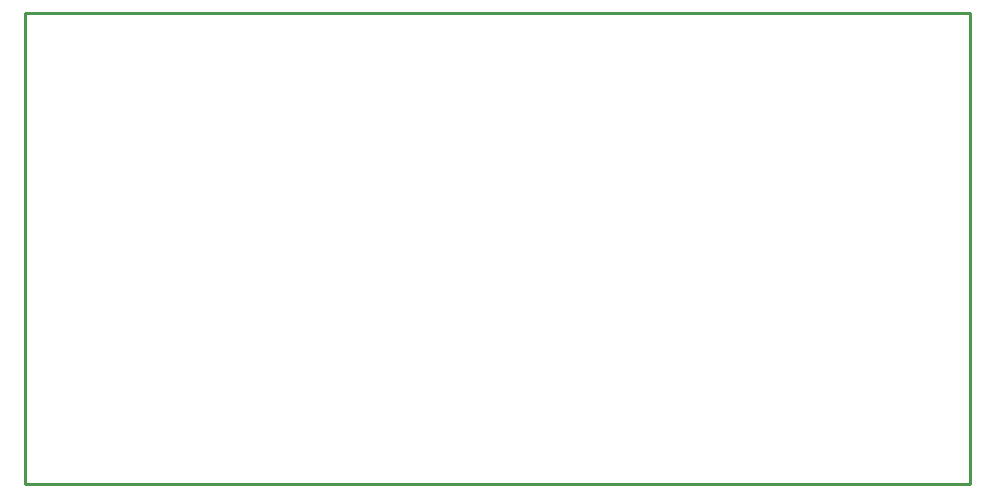
<source format=gko>
G04 Layer: BoardOutlineLayer*
G04 EasyEDA v6.5.47, 2024-09-12 04:01:22*
G04 8c6c83d31be245b591d831e4eff4e06b,65b0a26063cb4300b6f9becee83ce362,10*
G04 Gerber Generator version 0.2*
G04 Scale: 100 percent, Rotated: No, Reflected: No *
G04 Dimensions in millimeters *
G04 leading zeros omitted , absolute positions ,4 integer and 5 decimal *
%FSLAX45Y45*%
%MOMM*%

%ADD10C,0.2540*%
D10*
X0Y-762000D02*
G01*
X0Y0D01*
X2071370Y0D01*
X7999984Y0D01*
X7999984Y-3987292D01*
X0Y-3987292D01*
X0Y-762000D01*

%LPD*%
M02*

</source>
